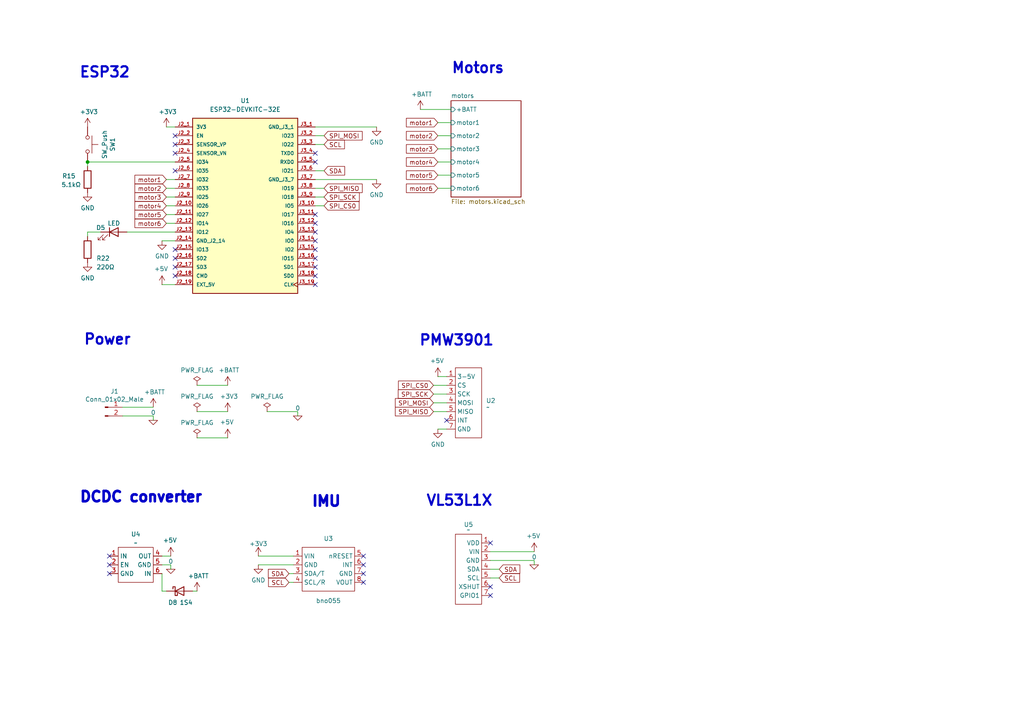
<source format=kicad_sch>
(kicad_sch (version 20231120) (generator "eeschema") (generator_version "8.0")
  (paper "A4")
  (lib_symbols
    (symbol "Device:D_Schottky" (pin_numbers hide) (pin_names (offset 1.016) hide)
      (property "Reference" "D" (at 0 2.54 0))
      (property "Value" "D_Schottky" (at 0 -2.54 0))
      (symbol "D_Schottky_0_1"
        (polyline (pts (xy 1.27 0) (xy -1.27 0)))
        (polyline (pts (xy 1.27 1.27) (xy 1.27 -1.27) (xy -1.27 0) (xy 1.27 1.27)) (stroke (width 0.254)))
        (polyline (pts (xy -1.905 0.635) (xy -1.905 1.27) (xy -1.27 1.27) (xy -1.27 -1.27) (xy -0.635 -1.27) (xy -0.635 -0.635)) (stroke (width 0.254)))
      )
      (symbol "D_Schottky_1_1"
        (pin passive line (at -3.81 0 0) (length 2.54) (name "K") (number "1"))
        (pin passive line (at 3.81 0 180) (length 2.54) (name "A") (number "2"))
      )
    )
    (symbol "Device:LED" (pin_numbers hide) (pin_names (offset 1.016) hide)
      (property "Reference" "D" (at 0 2.54 0))
      (property "Value" "LED" (at 0 -2.54 0))
      (symbol "LED_0_1"
        (polyline (pts (xy -1.27 -1.27) (xy -1.27 1.27)) (stroke (width 0.254)))
        (polyline (pts (xy -1.27 0) (xy 1.27 0)))
        (polyline (pts (xy 1.27 -1.27) (xy 1.27 1.27) (xy -1.27 0) (xy 1.27 -1.27)) (stroke (width 0.254)))
        (polyline (pts (xy -3.048 -0.762) (xy -4.572 -2.286) (xy -3.81 -2.286) (xy -4.572 -2.286) (xy -4.572 -1.524)))
        (polyline (pts (xy -1.778 -0.762) (xy -3.302 -2.286) (xy -2.54 -2.286) (xy -3.302 -2.286) (xy -3.302 -1.524)))
      )
      (symbol "LED_1_1"
        (pin passive line (at -3.81 0 0) (length 2.54) (name "K") (number "1"))
        (pin passive line (at 3.81 0 180) (length 2.54) (name "A") (number "2"))
      )
    )
    (symbol "Device:R" (pin_numbers hide) (pin_names (offset 0))
      (property "Reference" "R" (at 2.032 0 90))
      (property "Value" "R" (at 0 0 90))
      (symbol "R_0_1"
        (rectangle (start -1.016 -2.54) (end 1.016 2.54) (stroke (width 0.254)))
      )
      (symbol "R_1_1"
        (pin passive line (at 0 3.81 270) (length 1.27) (name "~") (number "1"))
        (pin passive line (at 0 -3.81 90) (length 1.27) (name "~") (number "2"))
      )
    )
    (symbol "ESP32-DEVKITC-32E:ESP32-DEVKITC-32E" (pin_names (offset 1.016))
      (property "Reference" "U" (at -15.24 26.162 0))
      (property "Value" "ESP32-DEVKITC-32E" (at -15.24 -27.94 0))
      (symbol "ESP32-DEVKITC-32E_0_0"
        (rectangle (start -15.24 -25.4) (end 15.24 25.4) (stroke (width 0.254)) (fill (type background)))
        (pin power_in line (at -20.32 22.86 0) (length 5.08) (name "3V3") (number "J2_1"))
        (pin bidirectional line (at -20.32 0 0) (length 5.08) (name "IO26") (number "J2_10"))
        (pin bidirectional line (at -20.32 -2.54 0) (length 5.08) (name "IO27") (number "J2_11"))
        (pin bidirectional line (at -20.32 -5.08 0) (length 5.08) (name "IO14") (number "J2_12"))
        (pin bidirectional line (at -20.32 -7.62 0) (length 5.08) (name "IO12") (number "J2_13"))
        (pin power_in line (at -20.32 -10.16 0) (length 5.08) (name "GND_J2_14") (number "J2_14"))
        (pin bidirectional line (at -20.32 -12.7 0) (length 5.08) (name "IO13") (number "J2_15"))
        (pin bidirectional line (at -20.32 -15.24 0) (length 5.08) (name "SD2") (number "J2_16"))
        (pin bidirectional line (at -20.32 -17.78 0) (length 5.08) (name "SD3") (number "J2_17"))
        (pin bidirectional line (at -20.32 -20.32 0) (length 5.08) (name "CMD") (number "J2_18"))
        (pin power_in line (at -20.32 -22.86 0) (length 5.08) (name "EXT_5V") (number "J2_19"))
        (pin input line (at -20.32 20.32 0) (length 5.08) (name "EN") (number "J2_2"))
        (pin bidirectional line (at -20.32 17.78 0) (length 5.08) (name "SENSOR_VP") (number "J2_3"))
        (pin bidirectional line (at -20.32 15.24 0) (length 5.08) (name "SENSOR_VN") (number "J2_4"))
        (pin bidirectional line (at -20.32 12.7 0) (length 5.08) (name "IO34") (number "J2_5"))
        (pin bidirectional line (at -20.32 10.16 0) (length 5.08) (name "IO35") (number "J2_6"))
        (pin bidirectional line (at -20.32 7.62 0) (length 5.08) (name "IO32") (number "J2_7"))
        (pin bidirectional line (at -20.32 5.08 0) (length 5.08) (name "IO33") (number "J2_8"))
        (pin bidirectional line (at -20.32 2.54 0) (length 5.08) (name "IO25") (number "J2_9"))
        (pin power_in line (at 20.32 22.86 180) (length 5.08) (name "GND_J3_1") (number "J3_1"))
        (pin bidirectional line (at 20.32 0 180) (length 5.08) (name "IO5") (number "J3_10"))
        (pin bidirectional line (at 20.32 -2.54 180) (length 5.08) (name "IO17") (number "J3_11"))
        (pin bidirectional line (at 20.32 -5.08 180) (length 5.08) (name "IO16") (number "J3_12"))
        (pin bidirectional line (at 20.32 -7.62 180) (length 5.08) (name "IO4") (number "J3_13"))
        (pin bidirectional line (at 20.32 -10.16 180) (length 5.08) (name "IO0") (number "J3_14"))
        (pin bidirectional line (at 20.32 -12.7 180) (length 5.08) (name "IO2") (number "J3_15"))
        (pin bidirectional line (at 20.32 -15.24 180) (length 5.08) (name "IO15") (number "J3_16"))
        (pin bidirectional line (at 20.32 -17.78 180) (length 5.08) (name "SD1") (number "J3_17"))
        (pin bidirectional line (at 20.32 -20.32 180) (length 5.08) (name "SD0") (number "J3_18"))
        (pin bidirectional clock (at 20.32 -22.86 180) (length 5.08) (name "CLK") (number "J3_19"))
        (pin bidirectional line (at 20.32 20.32 180) (length 5.08) (name "IO23") (number "J3_2"))
        (pin bidirectional line (at 20.32 17.78 180) (length 5.08) (name "IO22") (number "J3_3"))
        (pin bidirectional line (at 20.32 15.24 180) (length 5.08) (name "TXD0") (number "J3_4"))
        (pin bidirectional line (at 20.32 12.7 180) (length 5.08) (name "RXD0") (number "J3_5"))
        (pin bidirectional line (at 20.32 10.16 180) (length 5.08) (name "IO21") (number "J3_6"))
        (pin power_in line (at 20.32 7.62 180) (length 5.08) (name "GND_J3_7") (number "J3_7"))
        (pin bidirectional line (at 20.32 5.08 180) (length 5.08) (name "IO19") (number "J3_8"))
        (pin bidirectional line (at 20.32 2.54 180) (length 5.08) (name "IO18") (number "J3_9"))
      )
    )
    (symbol "Switch:SW_Push" (pin_numbers hide) (pin_names (offset 1.016) hide)
      (property "Reference" "SW" (at 1.27 2.54 0))
      (property "Value" "SW_Push" (at 0 -1.524 0))
      (symbol "SW_Push_0_1"
        (circle (center -2.032 0) (radius 0.508))
        (polyline (pts (xy 0 1.27) (xy 0 3.048)))
        (polyline (pts (xy 2.54 1.27) (xy -2.54 1.27)))
        (circle (center 2.032 0) (radius 0.508))
        (pin passive line (at -5.08 0 0) (length 2.54) (name "1") (number "1"))
        (pin passive line (at 5.08 0 180) (length 2.54) (name "2") (number "2"))
      )
    )
    (symbol "drone2:PIM453_PMW3901"
      (property "Reference" "U" (at 0 -12.954 0))
      (symbol "PIM453_PMW3901_0_1"
        (rectangle (start -3.81 8.89) (end 3.81 -11.43))
      )
      (symbol "PIM453_PMW3901_1_1"
        (pin power_in line (at -6.35 6.35 0) (length 2.54) (name "3-5V") (number "1"))
        (pin output line (at -6.35 3.81 0) (length 2.54) (name "CS") (number "2"))
        (pin bidirectional line (at -6.35 1.27 0) (length 2.54) (name "SCK") (number "3"))
        (pin bidirectional line (at -6.35 -1.27 0) (length 2.54) (name "MOSI") (number "4"))
        (pin bidirectional line (at -6.35 -3.81 0) (length 2.54) (name "MISO") (number "5"))
        (pin input line (at -6.35 -6.35 0) (length 2.54) (name "INT") (number "6"))
        (pin power_in line (at -6.35 -8.89 0) (length 2.54) (name "GND") (number "7"))
      )
    )
    (symbol "drone2:POLOLU-3415_VL53L1X"
      (property "Reference" "U" (at 0 -13.208 0))
      (symbol "POLOLU-3415_VL53L1X_0_1"
        (rectangle (start 3.81 -11.43) (end -3.81 8.89))
      )
      (symbol "POLOLU-3415_VL53L1X_1_1"
        (pin power_in line (at 6.35 6.35 180) (length 2.54) (name "VDD") (number "1"))
        (pin power_in line (at 6.35 3.81 180) (length 2.54) (name "VIN") (number "2"))
        (pin power_in line (at 6.35 1.27 180) (length 2.54) (name "GND") (number "3"))
        (pin bidirectional line (at 6.35 -1.27 180) (length 2.54) (name "SDA") (number "4"))
        (pin bidirectional line (at 6.35 -3.81 180) (length 2.54) (name "SCL") (number "5"))
        (pin input line (at 6.35 -6.35 180) (length 2.54) (name "XSHUT") (number "6"))
        (pin output line (at 6.35 -8.89 180) (length 2.54) (name "GPIO1") (number "7"))
      )
    )
    (symbol "drone2:bno055_module"
      (property "Reference" "U" (at 0 10.16 0))
      (symbol "bno055_module_0_1"
        (rectangle (start -7.62 7.62) (end 7.62 -5.08))
      )
      (symbol "bno055_module_1_1"
        (pin power_in line (at -10.16 5.08 0) (length 2.54) (name "VIN") (number "1"))
        (pin power_in line (at -10.16 2.54 0) (length 2.54) (name "GND") (number "2"))
        (pin bidirectional line (at -10.16 0 0) (length 2.54) (name "SDA/T") (number "3"))
        (pin bidirectional line (at -10.16 -2.54 0) (length 2.54) (name "SCL/R") (number "4"))
        (pin input line (at 10.16 5.08 180) (length 2.54) (name "nRESET") (number "5"))
        (pin output line (at 10.16 2.54 180) (length 2.54) (name "INT") (number "6"))
        (pin power_in line (at 10.16 0 180) (length 2.54) (name "GND") (number "7"))
        (pin power_out line (at 10.16 -2.54 180) (length 2.54) (name "VOUT") (number "8"))
      )
    )
    (symbol "drone2:dcdc_converter_5V"
      (property "Reference" "U" (at 0 7.366 0))
      (symbol "dcdc_converter_5V_0_1"
        (rectangle (start -5.08 5.08) (end 5.08 -5.08))
      )
      (symbol "dcdc_converter_5V_1_1"
        (pin power_in line (at -7.62 2.54 0) (length 2.54) (name "IN") (number "1"))
        (pin input line (at -7.62 0 0) (length 2.54) (name "EN") (number "2"))
        (pin power_in line (at -7.62 -2.54 0) (length 2.54) (name "GND") (number "3"))
        (pin power_out line (at 7.62 2.54 180) (length 2.54) (name "OUT") (number "4"))
        (pin power_in line (at 7.62 0 180) (length 2.54) (name "GND") (number "5"))
        (pin power_in line (at 7.62 -2.54 180) (length 2.54) (name "IN") (number "6"))
      )
    )
    (symbol "flightcontroller-rescue:+3V3-power" (power) (pin_names (offset 0))
      (property "Value" "power_+3V3" (at 0 3.556 0))
      (symbol "+3V3-power_0_1"
        (polyline (pts (xy -0.762 1.27) (xy 0 2.54)))
        (polyline (pts (xy 0 0) (xy 0 2.54)))
        (polyline (pts (xy 0 2.54) (xy 0.762 1.27)))
      )
      (symbol "+3V3-power_1_1"
        (pin power_in line (at 0 0 90) (length 0) hide (name "+3V3") (number "1"))
      )
    )
    (symbol "flightcontroller-rescue:+BATT-power" (power) (pin_names (offset 0))
      (property "Value" "power_+BATT" (at 0 3.556 0))
      (symbol "+BATT-power_0_1"
        (polyline (pts (xy -0.762 1.27) (xy 0 2.54)))
        (polyline (pts (xy 0 0) (xy 0 2.54)))
        (polyline (pts (xy 0 2.54) (xy 0.762 1.27)))
      )
      (symbol "+BATT-power_1_1"
        (pin power_in line (at 0 0 90) (length 0) hide (name "+BATT") (number "1"))
      )
    )
    (symbol "flightcontroller-rescue:0-pspice" (power) (pin_names (offset 0))
      (property "Value" "pspice_0" (at 0 -1.778 0))
      (symbol "0-pspice_0_1"
        (polyline (pts (xy -1.27 0) (xy 0 -1.27) (xy 1.27 0) (xy -1.27 0)))
      )
      (symbol "0-pspice_1_1"
        (pin power_in line (at 0 0 0) (length 0) hide (name "0") (number "1"))
      )
    )
    (symbol "flightcontroller-rescue:Conn_01x02_Male-Connector" (pin_names (offset 1.016) hide)
      (property "Reference" "J" (at 0 2.54 0))
      (property "Value" "Connector_Conn_01x02_Male" (at 0 -5.08 0))
      (symbol "Conn_01x02_Male-Connector_1_1"
        (polyline (pts (xy 1.27 -2.54) (xy 0.8636 -2.54)) (stroke (width 0.1524)))
        (polyline (pts (xy 1.27 0) (xy 0.8636 0)) (stroke (width 0.1524)))
        (rectangle (start 0.8636 -2.413) (end 0 -2.667) (stroke (width 0.1524)) (fill (type outline)))
        (rectangle (start 0.8636 0.127) (end 0 -0.127) (stroke (width 0.1524)) (fill (type outline)))
        (pin passive line (at 5.08 0 180) (length 3.81) (name "Pin_1") (number "1"))
        (pin passive line (at 5.08 -2.54 180) (length 3.81) (name "Pin_2") (number "2"))
      )
    )
    (symbol "flightcontroller-rescue:PWR_FLAG-power" (power) (pin_numbers hide) (pin_names (offset 0) hide)
      (property "Value" "power_PWR_FLAG" (at 0 3.81 0))
      (symbol "PWR_FLAG-power_0_0"
        (pin power_out line (at 0 0 90) (length 0) (name "pwr") (number "1"))
      )
      (symbol "PWR_FLAG-power_0_1"
        (polyline (pts (xy 0 0) (xy 0 1.27) (xy -1.016 1.905) (xy 0 2.54) (xy 1.016 1.905) (xy 0 1.27)))
      )
    )
    (symbol "power:+3V3" (power) (pin_names (offset 0))
      (property "Value" "+3V3" (at 0 3.556 0))
      (symbol "+3V3_0_1"
        (polyline (pts (xy -0.762 1.27) (xy 0 2.54)))
        (polyline (pts (xy 0 0) (xy 0 2.54)))
        (polyline (pts (xy 0 2.54) (xy 0.762 1.27)))
      )
      (symbol "+3V3_1_1"
        (pin power_in line (at 0 0 90) (length 0) hide (name "+3V3") (number "1"))
      )
    )
    (symbol "power:+5V" (power) (pin_numbers hide) (pin_names (offset 0) hide)
      (property "Value" "+5V" (at 0 3.556 0))
      (symbol "+5V_0_1"
        (polyline (pts (xy -0.762 1.27) (xy 0 2.54)))
        (polyline (pts (xy 0 0) (xy 0 2.54)))
        (polyline (pts (xy 0 2.54) (xy 0.762 1.27)))
      )
      (symbol "+5V_1_1"
        (pin power_in line (at 0 0 90) (length 0) (name "~") (number "1"))
      )
    )
    (symbol "power:GND" (power) (pin_names (offset 0))
      (property "Value" "GND" (at 0 -3.81 0))
      (symbol "GND_0_1"
        (polyline (pts (xy 0 0) (xy 0 -1.27) (xy 1.27 -1.27) (xy 0 -2.54) (xy -1.27 -1.27) (xy 0 -1.27)))
      )
      (symbol "GND_1_1"
        (pin power_in line (at 0 0 270) (length 0) hide (name "GND") (number "1"))
      )
    )
  )
  (junction (at 25.4 46.99))
  (no_connect (at 50.8 77.47))
  (no_connect (at 105.41 168.91))
  (no_connect (at 50.8 49.53))
  (no_connect (at 91.44 82.55))
  (no_connect (at 91.44 69.85))
  (no_connect (at 129.54 121.92))
  (no_connect (at 105.41 166.37))
  (no_connect (at 50.8 41.91))
  (no_connect (at 142.24 157.48))
  (no_connect (at 91.44 72.39))
  (no_connect (at 91.44 64.77))
  (no_connect (at 50.8 72.39))
  (no_connect (at 91.44 80.01))
  (no_connect (at 50.8 44.45))
  (no_connect (at 105.41 163.83))
  (no_connect (at 105.41 161.29))
  (no_connect (at 91.44 46.99))
  (no_connect (at 91.44 74.93))
  (no_connect (at 142.24 170.18))
  (no_connect (at 31.75 166.37))
  (no_connect (at 31.75 163.83))
  (no_connect (at 91.44 62.23))
  (no_connect (at 50.8 80.01))
  (no_connect (at 91.44 44.45))
  (no_connect (at 142.24 172.72))
  (no_connect (at 50.8 74.93))
  (no_connect (at 91.44 77.47))
  (no_connect (at 91.44 67.31))
  (no_connect (at 31.75 161.29))
  (no_connect (at 50.8 39.37))
  (wire (pts (xy 25.4 67.31) (xy 29.21 67.31)))
  (wire (pts (xy 48.26 64.77) (xy 50.8 64.77)))
  (wire (pts (xy 127 124.46) (xy 129.54 124.46)))
  (wire (pts (xy 48.26 59.69) (xy 50.8 59.69)))
  (wire (pts (xy 48.26 52.07) (xy 50.8 52.07)))
  (wire (pts (xy 83.82 168.91) (xy 85.09 168.91)))
  (wire (pts (xy 125.73 116.84) (xy 129.54 116.84)))
  (wire (pts (xy 125.73 119.38) (xy 129.54 119.38)))
  (wire (pts (xy 46.99 171.45) (xy 48.26 171.45)))
  (wire (pts (xy 35.56 120.65) (xy 44.45 120.65)))
  (wire (pts (xy 74.93 163.83) (xy 85.09 163.83)))
  (wire (pts (xy 125.73 111.76) (xy 129.54 111.76)))
  (wire (pts (xy 93.98 39.37) (xy 91.44 39.37)))
  (wire (pts (xy 25.4 68.58) (xy 25.4 67.31)))
  (wire (pts (xy 144.78 167.64) (xy 142.24 167.64)))
  (wire (pts (xy 127 46.99) (xy 130.81 46.99)))
  (wire (pts (xy 35.56 118.11) (xy 44.45 118.11)))
  (wire (pts (xy 48.26 62.23) (xy 50.8 62.23)))
  (wire (pts (xy 74.93 161.29) (xy 85.09 161.29)))
  (wire (pts (xy 49.53 165.1) (xy 49.53 163.83)))
  (wire (pts (xy 46.99 171.45) (xy 46.99 166.37)))
  (wire (pts (xy 127 39.37) (xy 130.81 39.37)))
  (wire (pts (xy 46.99 82.55) (xy 50.8 82.55)))
  (wire (pts (xy 46.99 69.85) (xy 50.8 69.85)))
  (wire (pts (xy 86.36 119.38) (xy 86.36 120.65)))
  (wire (pts (xy 25.4 48.26) (xy 25.4 46.99)))
  (wire (pts (xy 127 35.56) (xy 130.81 35.56)))
  (wire (pts (xy 57.15 111.76) (xy 66.04 111.76)))
  (wire (pts (xy 44.45 120.65) (xy 44.45 121.92)))
  (wire (pts (xy 49.53 163.83) (xy 46.99 163.83)))
  (wire (pts (xy 127 43.18) (xy 130.81 43.18)))
  (wire (pts (xy 77.47 119.38) (xy 86.36 119.38)))
  (wire (pts (xy 93.98 54.61) (xy 91.44 54.61)))
  (wire (pts (xy 48.26 36.83) (xy 50.8 36.83)))
  (wire (pts (xy 121.92 31.75) (xy 130.81 31.75)))
  (wire (pts (xy 83.82 166.37) (xy 85.09 166.37)))
  (wire (pts (xy 142.24 162.56) (xy 154.94 162.56)))
  (wire (pts (xy 91.44 36.83) (xy 109.22 36.83)))
  (wire (pts (xy 142.24 160.02) (xy 154.94 160.02)))
  (wire (pts (xy 57.15 127) (xy 66.04 127)))
  (wire (pts (xy 55.88 171.45) (xy 57.15 171.45)))
  (wire (pts (xy 48.26 54.61) (xy 50.8 54.61)))
  (wire (pts (xy 127 50.8) (xy 130.81 50.8)))
  (wire (pts (xy 93.98 41.91) (xy 91.44 41.91)))
  (wire (pts (xy 93.98 59.69) (xy 91.44 59.69)))
  (wire (pts (xy 36.83 67.31) (xy 50.8 67.31)))
  (wire (pts (xy 66.04 119.38) (xy 57.15 119.38)))
  (wire (pts (xy 93.98 49.53) (xy 91.44 49.53)))
  (wire (pts (xy 93.98 57.15) (xy 91.44 57.15)))
  (wire (pts (xy 154.94 163.83) (xy 154.94 162.56)))
  (wire (pts (xy 125.73 114.3) (xy 129.54 114.3)))
  (wire (pts (xy 109.22 52.07) (xy 91.44 52.07)))
  (wire (pts (xy 127 109.22) (xy 129.54 109.22)))
  (wire (pts (xy 25.4 46.99) (xy 50.8 46.99)))
  (wire (pts (xy 127 54.61) (xy 130.81 54.61)))
  (wire (pts (xy 48.26 57.15) (xy 50.8 57.15)))
  (wire (pts (xy 144.78 165.1) (xy 142.24 165.1)))
  (wire (pts (xy 49.53 161.29) (xy 46.99 161.29)))
  (text "Motors" (at 130.81 21.59 0) (effects (font (size 2.9972 2.9972) (thickness 0.5994) (bold yes)) (justify left bottom)))
  (text "DCDC converter" (at 22.86 146.05 0) (effects (font (size 2.9972 2.9972) (thickness 1) (bold yes)) (justify left bottom)))
  (text "VL53L1X" (at 123.444 147.066 0) (effects (font (size 2.9972 2.9972) (thickness 0.5994) (bold yes)) (justify left bottom)))
  (text "Power" (at 24.13 100.33 0) (effects (font (size 2.9972 2.9972) (thickness 0.5994) (bold yes)) (justify left bottom)))
  (text "PMW3901" (at 121.412 100.584 0) (effects (font (size 2.9972 2.9972) (thickness 0.5994) (bold yes)) (justify left bottom)))
  (text "ESP32" (at 22.86 22.86 0) (effects (font (size 2.9972 2.9972) (thickness 0.5994) (bold yes)) (justify left bottom)))
  (text "IMU" (at 90.17 147.32 0) (effects (font (size 3 3) (thickness 1) (bold yes)) (justify left bottom)))
  (global_label "SPI_SCK" (shape input) (at 125.73 114.3 180) (property "Intersheetrefs" "${INTERSHEET_REFS}" (effects (hide yes))))
  (global_label "SPI_SCK" (shape input) (at 93.98 57.15 0) (property "Intersheetrefs" "${INTERSHEET_REFS}" (effects (hide yes))))
  (global_label "motor5" (shape input) (at 127 50.8 180) (property "Intersheetrefs" "${INTERSHEET_REFS}" (effects (hide yes))))
  (global_label "motor3" (shape input) (at 127 43.18 180) (property "Intersheetrefs" "${INTERSHEET_REFS}" (effects (hide yes))))
  (global_label "motor5" (shape input) (at 48.26 62.23 180) (property "Intersheetrefs" "${INTERSHEET_REFS}" (effects (hide yes))))
  (global_label "motor1" (shape input) (at 48.26 52.07 180) (property "Intersheetrefs" "${INTERSHEET_REFS}" (effects (hide yes))))
  (global_label "motor1" (shape input) (at 127 35.56 180) (property "Intersheetrefs" "${INTERSHEET_REFS}" (effects (hide yes))))
  (global_label "SPI_CS0" (shape input) (at 125.73 111.76 180) (property "Intersheetrefs" "${INTERSHEET_REFS}" (effects (hide yes))))
  (global_label "motor6" (shape input) (at 127 54.61 180) (property "Intersheetrefs" "${INTERSHEET_REFS}" (effects (hide yes))))
  (global_label "SDA" (shape input) (at 144.78 165.1 0) (property "Intersheetrefs" "${INTERSHEET_REFS}" (effects (hide yes))))
  (global_label "SCL" (shape input) (at 83.82 168.91 180) (property "Intersheetrefs" "${INTERSHEET_REFS}" (effects (hide yes))))
  (global_label "SDA" (shape input) (at 93.98 49.53 0) (property "Intersheetrefs" "${INTERSHEET_REFS}" (effects (hide yes))))
  (global_label "SPI_MOSI" (shape input) (at 125.73 116.84 180) (property "Intersheetrefs" "${INTERSHEET_REFS}" (effects (hide yes))))
  (global_label "motor3" (shape input) (at 48.26 57.15 180) (property "Intersheetrefs" "${INTERSHEET_REFS}" (effects (hide yes))))
  (global_label "SPI_CS0" (shape input) (at 93.98 59.69 0) (property "Intersheetrefs" "${INTERSHEET_REFS}" (effects (hide yes))))
  (global_label "SCL" (shape input) (at 93.98 41.91 0) (property "Intersheetrefs" "${INTERSHEET_REFS}" (effects (hide yes))))
  (global_label "motor2" (shape input) (at 48.26 54.61 180) (property "Intersheetrefs" "${INTERSHEET_REFS}" (effects (hide yes))))
  (global_label "SPI_MISO" (shape input) (at 93.98 54.61 0) (property "Intersheetrefs" "${INTERSHEET_REFS}" (effects (hide yes))))
  (global_label "SPI_MOSI" (shape input) (at 93.98 39.37 0) (property "Intersheetrefs" "${INTERSHEET_REFS}" (effects (hide yes))))
  (global_label "motor4" (shape input) (at 127 46.99 180) (property "Intersheetrefs" "${INTERSHEET_REFS}" (effects (hide yes))))
  (global_label "SPI_MISO" (shape input) (at 125.73 119.38 180) (property "Intersheetrefs" "${INTERSHEET_REFS}" (effects (hide yes))))
  (global_label "motor4" (shape input) (at 48.26 59.69 180) (property "Intersheetrefs" "${INTERSHEET_REFS}" (effects (hide yes))))
  (global_label "motor6" (shape input) (at 48.26 64.77 180) (property "Intersheetrefs" "${INTERSHEET_REFS}" (effects (hide yes))))
  (global_label "SDA" (shape input) (at 83.82 166.37 180) (property "Intersheetrefs" "${INTERSHEET_REFS}" (effects (hide yes))))
  (global_label "SCL" (shape input) (at 144.78 167.64 0) (property "Intersheetrefs" "${INTERSHEET_REFS}" (effects (hide yes))))
  (global_label "motor2" (shape input) (at 127 39.37 180) (property "Intersheetrefs" "${INTERSHEET_REFS}" (effects (hide yes))))
  (symbol (lib_id "Device:D_Schottky") (at 52.07 171.45 0) (unit 1)
    (property "Reference" "D8" (at 48.768 174.752 0) (effects (justify left)))
    (property "Value" "1S4" (at 52.07 174.752 0) (effects (justify left)))
    (property "Footprint" "Diode_SMD:D_SMC" (effects (hide yes)))
  )
  (symbol (lib_id "drone2:PIM453_PMW3901") (at 135.89 115.57 0) (unit 1)
    (property "Reference" "U2" (at 140.97 116.2049 0) (effects (justify left)))
    (property "Value" "~" (at 140.97 118.11 0) (effects (justify left)))
  )
  (symbol (lib_id "power:GND") (at 46.99 69.85 0) (unit 1)
    (property "Reference" "#PWR010" (effects (hide yes)))
    (property "Value" "GND" (at 46.99 74.2934 0))
  )
  (symbol (lib_id "power:GND") (at 109.22 52.07 0) (unit 1)
    (property "Reference" "#PWR09" (effects (hide yes)))
    (property "Value" "GND" (at 109.22 56.5134 0))
  )
  (symbol (lib_id "flightcontroller-rescue:PWR_FLAG-power") (at 57.15 111.76 0) (unit 1)
    (property "Reference" "#FLG01" (effects (hide yes)))
    (property "Value" "PWR_FLAG" (at 57.15 107.3658 0))
  )
  (symbol (lib_id "Device:R") (at 25.4 72.39 180) (unit 1)
    (property "Reference" "R22" (at 27.94 74.9331 0) (effects (justify right)))
    (property "Value" "220Ω" (at 27.94 77.47 0) (effects (justify right)))
    (property "Footprint" "Resistor_SMD:R_0603_1608Metric" (effects (hide yes)))
    (property "Vendor" "https://www.mouser.jp/ProductDetail/Bourns/CR0603-JW-101ELF?qs=jAUlru4btJFOerhakJcyhQ%3D%3D" (effects (hide yes)))
  )
  (symbol (lib_id "flightcontroller-rescue:Conn_01x02_Male-Connector") (at 30.48 118.11 0) (unit 1)
    (property "Reference" "J1" (at 33.2232 113.5126 0))
    (property "Value" "Conn_01x02_Male" (at 33.2232 115.824 0))
    (property "Footprint" "Connector_PinHeader_2.54mm:PinHeader_1x02_P2.54mm_Vertical" (effects (hide yes)))
  )
  (symbol (lib_id "flightcontroller-rescue:PWR_FLAG-power") (at 57.15 119.38 0) (unit 1)
    (property "Reference" "#FLG03" (effects (hide yes)))
    (property "Value" "PWR_FLAG" (at 57.15 114.9858 0))
  )
  (symbol (lib_id "power:+5V") (at 66.04 127 0) (unit 1)
    (property "Reference" "#PWR011" (effects (hide yes)))
    (property "Value" "+5V" (at 65.786 122.428 0))
    (property "Description" "Power symbol creates a global label with name \"+5V\"" (effects (hide yes)))
  )
  (symbol (lib_id "power:GND") (at 25.4 76.2 0) (unit 1)
    (property "Reference" "#PWR025" (effects (hide yes)))
    (property "Value" "GND" (at 25.4 80.6434 0))
  )
  (symbol (lib_id "power:+5V") (at 49.53 161.29 0) (unit 1)
    (property "Reference" "#PWR012" (effects (hide yes)))
    (property "Value" "+5V" (at 49.276 156.718 0))
    (property "Description" "Power symbol creates a global label with name \"+5V\"" (effects (hide yes)))
  )
  (symbol (lib_id "Device:R") (at 25.4 52.07 180) (unit 1)
    (property "Reference" "R15" (at 18.034 51.054 0) (effects (justify right)))
    (property "Value" "5.1kΩ" (at 17.78 53.594 0) (effects (justify right)))
    (property "Footprint" "Resistor_SMD:R_0603_1608Metric" (effects (hide yes)))
    (property "Vendor" "https://www.mouser.jp/ProductDetail/Vishay-Dale/CRCW0603147RFKTA?qs=sGAEpiMZZMtlubZbdhIBIFhyVsDsW4rVsTDNpacpLcg%3D" (effects (hide yes)))
  )
  (symbol (lib_id "flightcontroller-rescue:+3V3-power") (at 48.26 36.83 0) (unit 1)
    (property "Reference" "#PWR03" (effects (hide yes)))
    (property "Value" "+3V3" (at 48.641 32.4358 0))
  )
  (symbol (lib_id "drone2:bno055_module") (at 95.25 166.37 0) (unit 1)
    (property "Reference" "U3" (at 95.25 156.21 0))
    (property "Value" "bno055" (at 95.25 174.244 0))
  )
  (symbol (lib_id "power:GND") (at 109.22 36.83 0) (unit 1)
    (property "Reference" "#PWR08" (effects (hide yes)))
    (property "Value" "GND" (at 109.22 41.2734 0))
  )
  (symbol (lib_id "power:+5V") (at 154.94 160.02 0) (unit 1)
    (property "Reference" "#PWR017" (effects (hide yes)))
    (property "Value" "+5V" (at 154.686 155.448 0))
    (property "Description" "Power symbol creates a global label with name \"+5V\"" (effects (hide yes)))
  )
  (symbol (lib_id "flightcontroller-rescue:+BATT-power") (at 121.92 31.75 0) (unit 1)
    (property "Reference" "#PWR02" (effects (hide yes)))
    (property "Value" "+BATT" (at 122.301 27.3558 0))
  )
  (symbol (lib_id "flightcontroller-rescue:0-pspice") (at 44.45 121.92 0) (unit 1)
    (property "Reference" "#GND02" (effects (hide yes)))
    (property "Value" "0" (at 44.45 119.6594 0))
  )
  (symbol (lib_id "flightcontroller-rescue:PWR_FLAG-power") (at 77.47 119.38 0) (unit 1)
    (property "Reference" "#FLG04" (effects (hide yes)))
    (property "Value" "PWR_FLAG" (at 77.47 114.9858 0))
  )
  (symbol (lib_id "flightcontroller-rescue:+BATT-power") (at 44.45 118.11 0) (unit 1)
    (property "Reference" "#PWR01" (effects (hide yes)))
    (property "Value" "+BATT" (at 44.831 113.7158 0))
  )
  (symbol (lib_id "Switch:SW_Push") (at 25.4 41.91 270) (unit 1)
    (property "Reference" "SW1" (at 32.639 41.91 0))
    (property "Value" "SW_Push" (at 30.3276 41.91 0))
    (property "Footprint" "Button_Switch_THT:SW_PUSH_6mm_H5mm" (effects (hide yes)))
  )
  (symbol (lib_id "flightcontroller-rescue:+BATT-power") (at 66.04 111.76 0) (unit 1)
    (property "Reference" "#PWR05" (effects (hide yes)))
    (property "Value" "+BATT" (at 66.421 107.3658 0))
  )
  (symbol (lib_id "power:+5V") (at 46.99 82.55 0) (unit 1)
    (property "Reference" "#PWR06" (effects (hide yes)))
    (property "Value" "+5V" (at 46.736 77.978 0))
    (property "Description" "Power symbol creates a global label with name \"+5V\"" (effects (hide yes)))
  )
  (symbol (lib_id "drone2:dcdc_converter_5V") (at 39.37 163.83 0) (unit 1)
    (property "Reference" "U4" (at 39.37 154.94 0))
    (property "Value" "~" (at 39.37 157.48 0))
  )
  (symbol (lib_id "power:GND") (at 127 124.46 0) (unit 1)
    (property "Reference" "#PWR016" (effects (hide yes)))
    (property "Value" "GND" (at 127 128.9034 0))
  )
  (symbol (lib_id "drone2:POLOLU-3415_VL53L1X") (at 135.89 163.83 0) (unit 1)
    (property "Reference" "U5" (at 135.89 152.146 0))
    (property "Value" "~" (at 135.89 153.67 0))
  )
  (symbol (lib_id "Device:LED") (at 33.02 67.31 0) (unit 1)
    (property "Reference" "D5" (at 29.21 66.04 0))
    (property "Value" "LED" (at 33.02 64.77 0))
    (property "Footprint" "Diode_SMD:D_0603_1608Metric" (effects (hide yes)))
    (property "Vendor" "https://www.mouser.jp/ProductDetail/Bivar/SM0603URC?qs=hWDdE2Pc5RAmyCtviNtSxQ%3D%3D" (effects (hide yes)))
  )
  (symbol (lib_id "flightcontroller-rescue:0-pspice") (at 86.36 120.65 0) (unit 1)
    (property "Reference" "#GND05" (effects (hide yes)))
    (property "Value" "0" (at 86.36 118.3894 0))
  )
  (symbol (lib_id "flightcontroller-rescue:+3V3-power") (at 66.04 119.38 0) (unit 1)
    (property "Reference" "#PWR07" (effects (hide yes)))
    (property "Value" "+3V3" (at 66.421 114.9858 0))
  )
  (symbol (lib_id "power:GND") (at 25.4 55.88 0) (unit 1)
    (property "Reference" "#PWR04" (effects (hide yes)))
    (property "Value" "GND" (at 25.4 60.3234 0))
  )
  (symbol (lib_id "power:+5V") (at 127 109.22 0) (unit 1)
    (property "Reference" "#PWR014" (effects (hide yes)))
    (property "Value" "+5V" (at 126.746 104.648 0))
    (property "Description" "Power symbol creates a global label with name \"+5V\"" (effects (hide yes)))
  )
  (symbol (lib_id "flightcontroller-rescue:0-pspice") (at 154.94 163.83 0) (unit 1)
    (property "Reference" "#GND04" (effects (hide yes)))
    (property "Value" "0" (at 154.94 161.5694 0))
  )
  (symbol (lib_id "flightcontroller-rescue:+3V3-power") (at 25.4 36.83 0) (unit 1)
    (property "Reference" "#PWR013" (effects (hide yes)))
    (property "Value" "+3V3" (at 25.781 32.4358 0))
  )
  (symbol (lib_id "flightcontroller-rescue:+BATT-power") (at 57.15 171.45 0) (unit 1)
    (property "Reference" "#PWR015" (effects (hide yes)))
    (property "Value" "+BATT" (at 57.531 167.0558 0))
  )
  (symbol (lib_id "ESP32-DEVKITC-32E:ESP32-DEVKITC-32E") (at 71.12 59.69 0) (unit 1)
    (property "Reference" "U1" (at 71.12 29.21 0))
    (property "Value" "ESP32-DEVKITC-32E" (at 71.12 31.75 0))
    (property "Footprint" "ESP32-DEVKITC-32E:MODULE_ESP32-DEVKITC-32E" (effects (hide yes)))
    (property "PARTREV" "1.4" (effects (hide yes)))
    (property "STANDARD" "Manufacturer Recommendations" (effects (hide yes)))
    (property "MANUFACTURER" "Espressif Systems" (effects (hide yes)))
  )
  (symbol (lib_id "power:GND") (at 74.93 163.83 0) (unit 1)
    (property "Reference" "#PWR027" (effects (hide yes)))
    (property "Value" "GND" (at 74.93 168.2734 0))
  )
  (symbol (lib_id "power:+3V3") (at 74.93 161.29 0) (unit 1)
    (property "Reference" "#PWR026" (effects (hide yes)))
    (property "Value" "+3V3" (at 74.93 157.7142 0))
  )
  (symbol (lib_id "flightcontroller-rescue:0-pspice") (at 49.53 165.1 0) (unit 1)
    (property "Reference" "#GND03" (effects (hide yes)))
    (property "Value" "0" (at 49.53 162.8394 0))
  )
  (symbol (lib_id "flightcontroller-rescue:PWR_FLAG-power") (at 57.15 127 0) (unit 1)
    (property "Reference" "#FLG02" (effects (hide yes)))
    (property "Value" "PWR_FLAG" (at 57.15 122.6058 0))
  )
  (sheet (at 130.81 29.21) (size 20.32 27.94) (stroke (width 0.1524))
    (property "Sheetname" "motors" (at 130.81 28.4984 0) (effects (justify left bottom)))
    (property "Sheetfile" "motors.kicad_sch" (at 130.81 57.7346 0) (effects (justify left top)))
    (pin "+BATT" input (at 130.81 31.75 180))
    (pin "motor5" input (at 130.81 50.8 180))
    (pin "motor2" input (at 130.81 39.37 180))
    (pin "motor3" input (at 130.81 43.18 180))
    (pin "motor4" input (at 130.81 46.99 180))
    (pin "motor1" input (at 130.81 35.56 180))
    (pin "motor6" input (at 130.81 54.61 180))
  )
)
</source>
